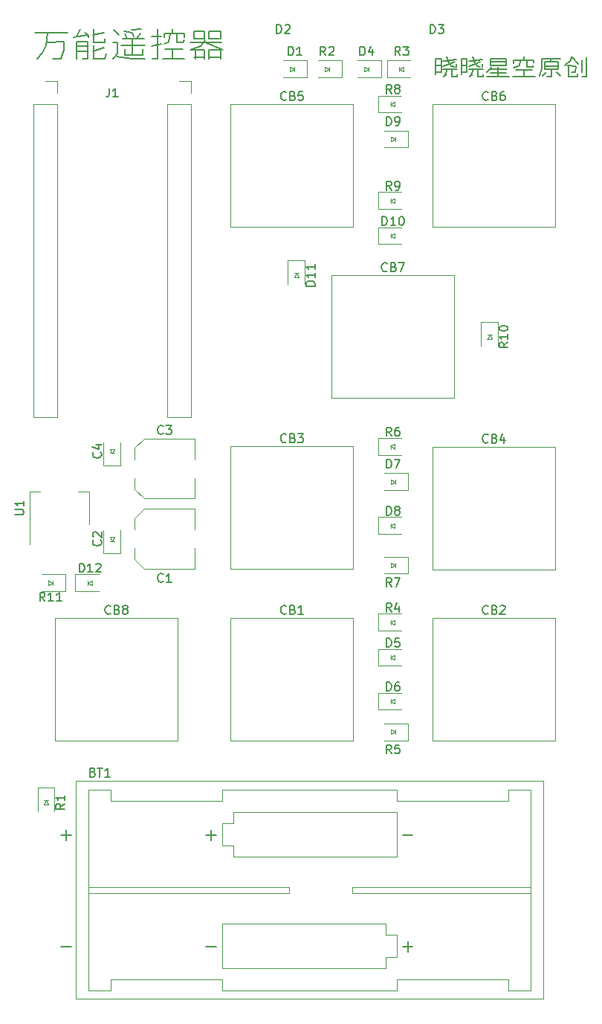
<source format=gbr>
%TF.GenerationSoftware,KiCad,Pcbnew,(6.0.9)*%
%TF.CreationDate,2023-01-10T14:41:21+08:00*%
%TF.ProjectId,keyboard-nano,6b657962-6f61-4726-942d-6e616e6f2e6b,rev?*%
%TF.SameCoordinates,Original*%
%TF.FileFunction,Legend,Top*%
%TF.FilePolarity,Positive*%
%FSLAX46Y46*%
G04 Gerber Fmt 4.6, Leading zero omitted, Abs format (unit mm)*
G04 Created by KiCad (PCBNEW (6.0.9)) date 2023-01-10 14:41:21*
%MOMM*%
%LPD*%
G01*
G04 APERTURE LIST*
%ADD10C,0.200000*%
%ADD11C,0.150000*%
%ADD12C,0.120000*%
G04 APERTURE END LIST*
D10*
X112214285Y-42857142D02*
X115928571Y-42857142D01*
X113642857Y-42857142D02*
X113500000Y-44285714D01*
X113071428Y-45142857D01*
X112500000Y-45857142D01*
X113642857Y-44000000D02*
X115500000Y-43857142D01*
X115500000Y-44857142D01*
X115214285Y-45857142D01*
X114214285Y-45857142D01*
X118785714Y-44000000D02*
X120214285Y-44000000D01*
X116928571Y-44428571D02*
X118214285Y-44428571D01*
X116928571Y-45000000D02*
X118214285Y-45000000D01*
X118785714Y-45857142D02*
X120214285Y-45857142D01*
X117642857Y-45857142D02*
X118214285Y-45857142D01*
X116928571Y-43857142D02*
X116928571Y-45857142D01*
X116928571Y-43857142D02*
X118214285Y-43857142D01*
X118214285Y-45857142D01*
X118928571Y-42428571D02*
X118928571Y-44000000D01*
X118928571Y-44285714D02*
X118928571Y-45857142D01*
X116642857Y-43428571D02*
X118214285Y-43142857D01*
X118357142Y-43428571D01*
X117928571Y-42857142D02*
X118357142Y-43142857D01*
X120214285Y-43571428D02*
X120214285Y-44000000D01*
X120357142Y-45285714D02*
X120214285Y-45857142D01*
X117357142Y-42428571D02*
X116928571Y-43285714D01*
X120071428Y-42857142D02*
X118785714Y-43142857D01*
X120071428Y-44571428D02*
X118785714Y-45000000D01*
X122214285Y-43571428D02*
X124642857Y-43571428D01*
X122071428Y-44285714D02*
X124785714Y-44285714D01*
X122500000Y-45428571D02*
X124500000Y-45428571D01*
X123214285Y-45857142D02*
X124785714Y-45857142D01*
X122500000Y-44714285D02*
X122500000Y-45428571D01*
X123357142Y-43571428D02*
X123357142Y-45428571D01*
X124500000Y-44714285D02*
X124500000Y-45428571D01*
X121214285Y-42571428D02*
X121785714Y-43142857D01*
X122500000Y-43000000D02*
X122642857Y-43428571D01*
X122357142Y-42714285D02*
X123357142Y-42857142D01*
X123500000Y-43285714D01*
X121071428Y-44000000D02*
X121642857Y-44000000D01*
X121642857Y-45285714D01*
X121071428Y-45857142D01*
X124214285Y-43000000D02*
X123928571Y-43428571D01*
X121500000Y-45571428D02*
X123214285Y-45857142D01*
X124357142Y-42428571D02*
X123214285Y-42571428D01*
X125500000Y-43285714D02*
X126642857Y-43285714D01*
X127071428Y-44714285D02*
X129071428Y-44714285D01*
X126785714Y-45857142D02*
X129214285Y-45857142D01*
X125642857Y-45857142D02*
X126071428Y-45857142D01*
X126214285Y-42428571D02*
X126214285Y-45857142D01*
X126928571Y-43000000D02*
X126928571Y-43428571D01*
X127928571Y-42428571D02*
X127928571Y-43000000D01*
X127928571Y-44714285D02*
X127928571Y-45714285D01*
X126928571Y-43000000D02*
X129214285Y-43000000D01*
X129214285Y-43428571D01*
X127357142Y-44000000D02*
X126928571Y-44142857D01*
X128357142Y-43000000D02*
X128357142Y-44000000D01*
X129071428Y-44000000D01*
X129214285Y-43714285D01*
X127642857Y-43000000D02*
X127500000Y-43857142D01*
X126642857Y-44142857D02*
X125500000Y-44428571D01*
X130357142Y-43571428D02*
X131500000Y-43571428D01*
X132071428Y-43571428D02*
X133214285Y-43571428D01*
X129928571Y-44000000D02*
X133500000Y-44000000D01*
X130357142Y-45714285D02*
X131500000Y-45714285D01*
X130357142Y-42714285D02*
X130357142Y-43571428D01*
X130500000Y-44714285D02*
X130500000Y-45857142D01*
X130357142Y-42714285D02*
X131500000Y-42714285D01*
X131500000Y-43571428D01*
X130071428Y-44857142D02*
X131500000Y-44857142D01*
X131500000Y-45857142D01*
X132071428Y-42714285D02*
X132071428Y-43571428D01*
X132071428Y-42714285D02*
X133357142Y-42714285D01*
X133357142Y-43571428D01*
X131642857Y-44000000D02*
X133642857Y-44857142D01*
X131642857Y-43714285D02*
X131071428Y-44428571D01*
X129928571Y-44857142D01*
X132071428Y-44857142D02*
X133357142Y-44857142D01*
X133357142Y-45857142D01*
X132071428Y-44857142D02*
X132071428Y-45857142D01*
X132071428Y-45714285D02*
X133357142Y-45714285D01*
X159166666Y-46000000D02*
X159928571Y-46000000D01*
X158690476Y-46095238D02*
X159357142Y-46095238D01*
X157833333Y-46571428D02*
X158500000Y-46571428D01*
X158690476Y-47047619D02*
X160309523Y-47047619D01*
X157833333Y-47333333D02*
X158500000Y-47333333D01*
X159738095Y-47904761D02*
X160309523Y-47904761D01*
X157833333Y-45809523D02*
X157833333Y-47619047D01*
X157833333Y-45809523D02*
X158500000Y-45809523D01*
X158500000Y-47333333D01*
X159738095Y-47047619D02*
X159738095Y-47904761D01*
X160309523Y-47619047D02*
X160309523Y-47904761D01*
X159071428Y-47523809D02*
X158785714Y-47904761D01*
X160214285Y-46476190D02*
X160214285Y-46761904D01*
X159357142Y-46285714D02*
X159642857Y-46666666D01*
X160023809Y-46761904D01*
X159166666Y-45619047D02*
X159357142Y-46380952D01*
X159166666Y-47047619D02*
X159071428Y-47714285D01*
X160023809Y-46190476D02*
X159452380Y-46476190D01*
X158690476Y-46666666D01*
X160214285Y-45904761D02*
X159642857Y-46000000D01*
X162119047Y-46000000D02*
X162880952Y-46000000D01*
X161642857Y-46095238D02*
X162309523Y-46095238D01*
X160785714Y-46571428D02*
X161452380Y-46571428D01*
X161642857Y-47047619D02*
X163261904Y-47047619D01*
X160785714Y-47333333D02*
X161452380Y-47333333D01*
X162690476Y-47904761D02*
X163261904Y-47904761D01*
X160785714Y-45809523D02*
X160785714Y-47619047D01*
X160785714Y-45809523D02*
X161452380Y-45809523D01*
X161452380Y-47333333D01*
X162690476Y-47047619D02*
X162690476Y-47904761D01*
X163261904Y-47619047D02*
X163261904Y-47904761D01*
X162023809Y-47523809D02*
X161738095Y-47904761D01*
X163166666Y-46476190D02*
X163166666Y-46761904D01*
X162309523Y-46285714D02*
X162595238Y-46666666D01*
X162976190Y-46761904D01*
X162119047Y-45619047D02*
X162309523Y-46380952D01*
X162119047Y-47047619D02*
X162023809Y-47714285D01*
X162976190Y-46190476D02*
X162404761Y-46476190D01*
X161642857Y-46666666D01*
X163166666Y-45904761D02*
X162595238Y-46000000D01*
X164119047Y-46190476D02*
X165928571Y-46190476D01*
X164119047Y-46571428D02*
X165928571Y-46571428D01*
X164023809Y-47047619D02*
X166023809Y-47047619D01*
X164119047Y-47428571D02*
X165928571Y-47428571D01*
X163738095Y-47904761D02*
X166214285Y-47904761D01*
X164119047Y-45809523D02*
X164119047Y-46571428D01*
X164976190Y-46761904D02*
X164976190Y-47904761D01*
X164119047Y-45809523D02*
X165928571Y-45809523D01*
X165928571Y-46571428D01*
X164309523Y-46761904D02*
X163738095Y-47333333D01*
X166976190Y-47142857D02*
X168880952Y-47142857D01*
X166690476Y-47904761D02*
X169166666Y-47904761D01*
X167928571Y-45619047D02*
X167928571Y-46000000D01*
X167928571Y-47142857D02*
X167928571Y-47904761D01*
X166785714Y-46000000D02*
X169071428Y-46000000D01*
X169071428Y-46285714D01*
X167547619Y-46095238D02*
X167452380Y-46571428D01*
X167261904Y-46666666D01*
X166785714Y-46857142D01*
X168309523Y-46000000D02*
X168309523Y-46761904D01*
X168976190Y-46761904D01*
X168976190Y-46571428D01*
X166785714Y-46000000D02*
X166785714Y-46380952D01*
X169928571Y-45809523D02*
X172119047Y-45809523D01*
X170309523Y-46666666D02*
X171833333Y-46666666D01*
X170309523Y-47047619D02*
X171833333Y-47047619D01*
X170595238Y-47904761D02*
X171071428Y-47904761D01*
X170309523Y-46190476D02*
X170309523Y-47047619D01*
X171071428Y-47047619D02*
X171071428Y-47904761D01*
X170309523Y-46190476D02*
X171833333Y-46190476D01*
X171833333Y-47047619D01*
X171642857Y-47333333D02*
X172119047Y-47809523D01*
X170500000Y-47333333D02*
X170023809Y-47809523D01*
X171071428Y-45809523D02*
X170880952Y-46190476D01*
X169928571Y-45809523D02*
X169928571Y-46952380D01*
X169738095Y-47809523D01*
X173357142Y-47333333D02*
X173738095Y-47333333D01*
X172976190Y-47904761D02*
X173928571Y-47904761D01*
X174500000Y-47904761D02*
X175071428Y-47904761D01*
X172976190Y-46571428D02*
X172976190Y-47904761D01*
X174500000Y-46000000D02*
X174500000Y-47333333D01*
X175071428Y-45714285D02*
X175071428Y-47904761D01*
X173452380Y-45714285D02*
X174119047Y-46476190D01*
X174023809Y-47523809D02*
X174023809Y-47904761D01*
X173357142Y-45619047D02*
X173261904Y-46000000D01*
X172595238Y-46571428D01*
X172880952Y-46571428D02*
X173833333Y-46666666D01*
X173738095Y-47333333D01*
D11*
%TO.C,C1*%
X126833333Y-105357142D02*
X126785714Y-105404761D01*
X126642857Y-105452380D01*
X126547619Y-105452380D01*
X126404761Y-105404761D01*
X126309523Y-105309523D01*
X126261904Y-105214285D01*
X126214285Y-105023809D01*
X126214285Y-104880952D01*
X126261904Y-104690476D01*
X126309523Y-104595238D01*
X126404761Y-104500000D01*
X126547619Y-104452380D01*
X126642857Y-104452380D01*
X126785714Y-104500000D01*
X126833333Y-104547619D01*
X127785714Y-105452380D02*
X127214285Y-105452380D01*
X127500000Y-105452380D02*
X127500000Y-104452380D01*
X127404761Y-104595238D01*
X127309523Y-104690476D01*
X127214285Y-104738095D01*
%TO.C,CB6*%
X163833333Y-50483142D02*
X163785714Y-50530761D01*
X163642857Y-50578380D01*
X163547619Y-50578380D01*
X163404761Y-50530761D01*
X163309523Y-50435523D01*
X163261904Y-50340285D01*
X163214285Y-50149809D01*
X163214285Y-50006952D01*
X163261904Y-49816476D01*
X163309523Y-49721238D01*
X163404761Y-49626000D01*
X163547619Y-49578380D01*
X163642857Y-49578380D01*
X163785714Y-49626000D01*
X163833333Y-49673619D01*
X164595238Y-50054571D02*
X164738095Y-50102190D01*
X164785714Y-50149809D01*
X164833333Y-50245047D01*
X164833333Y-50387904D01*
X164785714Y-50483142D01*
X164738095Y-50530761D01*
X164642857Y-50578380D01*
X164261904Y-50578380D01*
X164261904Y-49578380D01*
X164595238Y-49578380D01*
X164690476Y-49626000D01*
X164738095Y-49673619D01*
X164785714Y-49768857D01*
X164785714Y-49864095D01*
X164738095Y-49959333D01*
X164690476Y-50006952D01*
X164595238Y-50054571D01*
X164261904Y-50054571D01*
X165690476Y-49578380D02*
X165500000Y-49578380D01*
X165404761Y-49626000D01*
X165357142Y-49673619D01*
X165261904Y-49816476D01*
X165214285Y-50006952D01*
X165214285Y-50387904D01*
X165261904Y-50483142D01*
X165309523Y-50530761D01*
X165404761Y-50578380D01*
X165595238Y-50578380D01*
X165690476Y-50530761D01*
X165738095Y-50483142D01*
X165785714Y-50387904D01*
X165785714Y-50149809D01*
X165738095Y-50054571D01*
X165690476Y-50006952D01*
X165595238Y-49959333D01*
X165404761Y-49959333D01*
X165309523Y-50006952D01*
X165261904Y-50054571D01*
X165214285Y-50149809D01*
%TO.C,R11*%
X113357142Y-107602380D02*
X113023809Y-107126190D01*
X112785714Y-107602380D02*
X112785714Y-106602380D01*
X113166666Y-106602380D01*
X113261904Y-106650000D01*
X113309523Y-106697619D01*
X113357142Y-106792857D01*
X113357142Y-106935714D01*
X113309523Y-107030952D01*
X113261904Y-107078571D01*
X113166666Y-107126190D01*
X112785714Y-107126190D01*
X114309523Y-107602380D02*
X113738095Y-107602380D01*
X114023809Y-107602380D02*
X114023809Y-106602380D01*
X113928571Y-106745238D01*
X113833333Y-106840476D01*
X113738095Y-106888095D01*
X115261904Y-107602380D02*
X114690476Y-107602380D01*
X114976190Y-107602380D02*
X114976190Y-106602380D01*
X114880952Y-106745238D01*
X114785714Y-106840476D01*
X114690476Y-106888095D01*
%TO.C,R6*%
X152833333Y-88802380D02*
X152500000Y-88326190D01*
X152261904Y-88802380D02*
X152261904Y-87802380D01*
X152642857Y-87802380D01*
X152738095Y-87850000D01*
X152785714Y-87897619D01*
X152833333Y-87992857D01*
X152833333Y-88135714D01*
X152785714Y-88230952D01*
X152738095Y-88278571D01*
X152642857Y-88326190D01*
X152261904Y-88326190D01*
X153690476Y-87802380D02*
X153500000Y-87802380D01*
X153404761Y-87850000D01*
X153357142Y-87897619D01*
X153261904Y-88040476D01*
X153214285Y-88230952D01*
X153214285Y-88611904D01*
X153261904Y-88707142D01*
X153309523Y-88754761D01*
X153404761Y-88802380D01*
X153595238Y-88802380D01*
X153690476Y-88754761D01*
X153738095Y-88707142D01*
X153785714Y-88611904D01*
X153785714Y-88373809D01*
X153738095Y-88278571D01*
X153690476Y-88230952D01*
X153595238Y-88183333D01*
X153404761Y-88183333D01*
X153309523Y-88230952D01*
X153261904Y-88278571D01*
X153214285Y-88373809D01*
%TO.C,CB4*%
X163833333Y-89483142D02*
X163785714Y-89530761D01*
X163642857Y-89578380D01*
X163547619Y-89578380D01*
X163404761Y-89530761D01*
X163309523Y-89435523D01*
X163261904Y-89340285D01*
X163214285Y-89149809D01*
X163214285Y-89006952D01*
X163261904Y-88816476D01*
X163309523Y-88721238D01*
X163404761Y-88626000D01*
X163547619Y-88578380D01*
X163642857Y-88578380D01*
X163785714Y-88626000D01*
X163833333Y-88673619D01*
X164595238Y-89054571D02*
X164738095Y-89102190D01*
X164785714Y-89149809D01*
X164833333Y-89245047D01*
X164833333Y-89387904D01*
X164785714Y-89483142D01*
X164738095Y-89530761D01*
X164642857Y-89578380D01*
X164261904Y-89578380D01*
X164261904Y-88578380D01*
X164595238Y-88578380D01*
X164690476Y-88626000D01*
X164738095Y-88673619D01*
X164785714Y-88768857D01*
X164785714Y-88864095D01*
X164738095Y-88959333D01*
X164690476Y-89006952D01*
X164595238Y-89054571D01*
X164261904Y-89054571D01*
X165690476Y-88911714D02*
X165690476Y-89578380D01*
X165452380Y-88530761D02*
X165214285Y-89245047D01*
X165833333Y-89245047D01*
%TO.C,R5*%
X152833333Y-124952380D02*
X152500000Y-124476190D01*
X152261904Y-124952380D02*
X152261904Y-123952380D01*
X152642857Y-123952380D01*
X152738095Y-124000000D01*
X152785714Y-124047619D01*
X152833333Y-124142857D01*
X152833333Y-124285714D01*
X152785714Y-124380952D01*
X152738095Y-124428571D01*
X152642857Y-124476190D01*
X152261904Y-124476190D01*
X153738095Y-123952380D02*
X153261904Y-123952380D01*
X153214285Y-124428571D01*
X153261904Y-124380952D01*
X153357142Y-124333333D01*
X153595238Y-124333333D01*
X153690476Y-124380952D01*
X153738095Y-124428571D01*
X153785714Y-124523809D01*
X153785714Y-124761904D01*
X153738095Y-124857142D01*
X153690476Y-124904761D01*
X153595238Y-124952380D01*
X153357142Y-124952380D01*
X153261904Y-124904761D01*
X153214285Y-124857142D01*
%TO.C,CB3*%
X140833333Y-89453142D02*
X140785714Y-89500761D01*
X140642857Y-89548380D01*
X140547619Y-89548380D01*
X140404761Y-89500761D01*
X140309523Y-89405523D01*
X140261904Y-89310285D01*
X140214285Y-89119809D01*
X140214285Y-88976952D01*
X140261904Y-88786476D01*
X140309523Y-88691238D01*
X140404761Y-88596000D01*
X140547619Y-88548380D01*
X140642857Y-88548380D01*
X140785714Y-88596000D01*
X140833333Y-88643619D01*
X141595238Y-89024571D02*
X141738095Y-89072190D01*
X141785714Y-89119809D01*
X141833333Y-89215047D01*
X141833333Y-89357904D01*
X141785714Y-89453142D01*
X141738095Y-89500761D01*
X141642857Y-89548380D01*
X141261904Y-89548380D01*
X141261904Y-88548380D01*
X141595238Y-88548380D01*
X141690476Y-88596000D01*
X141738095Y-88643619D01*
X141785714Y-88738857D01*
X141785714Y-88834095D01*
X141738095Y-88929333D01*
X141690476Y-88976952D01*
X141595238Y-89024571D01*
X141261904Y-89024571D01*
X142166666Y-88548380D02*
X142785714Y-88548380D01*
X142452380Y-88929333D01*
X142595238Y-88929333D01*
X142690476Y-88976952D01*
X142738095Y-89024571D01*
X142785714Y-89119809D01*
X142785714Y-89357904D01*
X142738095Y-89453142D01*
X142690476Y-89500761D01*
X142595238Y-89548380D01*
X142309523Y-89548380D01*
X142214285Y-89500761D01*
X142166666Y-89453142D01*
%TO.C,D6*%
X152261904Y-117802380D02*
X152261904Y-116802380D01*
X152500000Y-116802380D01*
X152642857Y-116850000D01*
X152738095Y-116945238D01*
X152785714Y-117040476D01*
X152833333Y-117230952D01*
X152833333Y-117373809D01*
X152785714Y-117564285D01*
X152738095Y-117659523D01*
X152642857Y-117754761D01*
X152500000Y-117802380D01*
X152261904Y-117802380D01*
X153690476Y-116802380D02*
X153500000Y-116802380D01*
X153404761Y-116850000D01*
X153357142Y-116897619D01*
X153261904Y-117040476D01*
X153214285Y-117230952D01*
X153214285Y-117611904D01*
X153261904Y-117707142D01*
X153309523Y-117754761D01*
X153404761Y-117802380D01*
X153595238Y-117802380D01*
X153690476Y-117754761D01*
X153738095Y-117707142D01*
X153785714Y-117611904D01*
X153785714Y-117373809D01*
X153738095Y-117278571D01*
X153690476Y-117230952D01*
X153595238Y-117183333D01*
X153404761Y-117183333D01*
X153309523Y-117230952D01*
X153261904Y-117278571D01*
X153214285Y-117373809D01*
%TO.C,D10*%
X151785714Y-64802380D02*
X151785714Y-63802380D01*
X152023809Y-63802380D01*
X152166666Y-63850000D01*
X152261904Y-63945238D01*
X152309523Y-64040476D01*
X152357142Y-64230952D01*
X152357142Y-64373809D01*
X152309523Y-64564285D01*
X152261904Y-64659523D01*
X152166666Y-64754761D01*
X152023809Y-64802380D01*
X151785714Y-64802380D01*
X153309523Y-64802380D02*
X152738095Y-64802380D01*
X153023809Y-64802380D02*
X153023809Y-63802380D01*
X152928571Y-63945238D01*
X152833333Y-64040476D01*
X152738095Y-64088095D01*
X153928571Y-63802380D02*
X154023809Y-63802380D01*
X154119047Y-63850000D01*
X154166666Y-63897619D01*
X154214285Y-63992857D01*
X154261904Y-64183333D01*
X154261904Y-64421428D01*
X154214285Y-64611904D01*
X154166666Y-64707142D01*
X154119047Y-64754761D01*
X154023809Y-64802380D01*
X153928571Y-64802380D01*
X153833333Y-64754761D01*
X153785714Y-64707142D01*
X153738095Y-64611904D01*
X153690476Y-64421428D01*
X153690476Y-64183333D01*
X153738095Y-63992857D01*
X153785714Y-63897619D01*
X153833333Y-63850000D01*
X153928571Y-63802380D01*
%TO.C,D2*%
X139761904Y-42952380D02*
X139761904Y-41952380D01*
X140000000Y-41952380D01*
X140142857Y-42000000D01*
X140238095Y-42095238D01*
X140285714Y-42190476D01*
X140333333Y-42380952D01*
X140333333Y-42523809D01*
X140285714Y-42714285D01*
X140238095Y-42809523D01*
X140142857Y-42904761D01*
X140000000Y-42952380D01*
X139761904Y-42952380D01*
X140714285Y-42047619D02*
X140761904Y-42000000D01*
X140857142Y-41952380D01*
X141095238Y-41952380D01*
X141190476Y-42000000D01*
X141238095Y-42047619D01*
X141285714Y-42142857D01*
X141285714Y-42238095D01*
X141238095Y-42380952D01*
X140666666Y-42952380D01*
X141285714Y-42952380D01*
%TO.C,C3*%
X126833333Y-88507142D02*
X126785714Y-88554761D01*
X126642857Y-88602380D01*
X126547619Y-88602380D01*
X126404761Y-88554761D01*
X126309523Y-88459523D01*
X126261904Y-88364285D01*
X126214285Y-88173809D01*
X126214285Y-88030952D01*
X126261904Y-87840476D01*
X126309523Y-87745238D01*
X126404761Y-87650000D01*
X126547619Y-87602380D01*
X126642857Y-87602380D01*
X126785714Y-87650000D01*
X126833333Y-87697619D01*
X127166666Y-87602380D02*
X127785714Y-87602380D01*
X127452380Y-87983333D01*
X127595238Y-87983333D01*
X127690476Y-88030952D01*
X127738095Y-88078571D01*
X127785714Y-88173809D01*
X127785714Y-88411904D01*
X127738095Y-88507142D01*
X127690476Y-88554761D01*
X127595238Y-88602380D01*
X127309523Y-88602380D01*
X127214285Y-88554761D01*
X127166666Y-88507142D01*
%TO.C,D3*%
X157261904Y-42952380D02*
X157261904Y-41952380D01*
X157500000Y-41952380D01*
X157642857Y-42000000D01*
X157738095Y-42095238D01*
X157785714Y-42190476D01*
X157833333Y-42380952D01*
X157833333Y-42523809D01*
X157785714Y-42714285D01*
X157738095Y-42809523D01*
X157642857Y-42904761D01*
X157500000Y-42952380D01*
X157261904Y-42952380D01*
X158166666Y-41952380D02*
X158785714Y-41952380D01*
X158452380Y-42333333D01*
X158595238Y-42333333D01*
X158690476Y-42380952D01*
X158738095Y-42428571D01*
X158785714Y-42523809D01*
X158785714Y-42761904D01*
X158738095Y-42857142D01*
X158690476Y-42904761D01*
X158595238Y-42952380D01*
X158309523Y-42952380D01*
X158214285Y-42904761D01*
X158166666Y-42857142D01*
%TO.C,D12*%
X117285714Y-104302380D02*
X117285714Y-103302380D01*
X117523809Y-103302380D01*
X117666666Y-103350000D01*
X117761904Y-103445238D01*
X117809523Y-103540476D01*
X117857142Y-103730952D01*
X117857142Y-103873809D01*
X117809523Y-104064285D01*
X117761904Y-104159523D01*
X117666666Y-104254761D01*
X117523809Y-104302380D01*
X117285714Y-104302380D01*
X118809523Y-104302380D02*
X118238095Y-104302380D01*
X118523809Y-104302380D02*
X118523809Y-103302380D01*
X118428571Y-103445238D01*
X118333333Y-103540476D01*
X118238095Y-103588095D01*
X119190476Y-103397619D02*
X119238095Y-103350000D01*
X119333333Y-103302380D01*
X119571428Y-103302380D01*
X119666666Y-103350000D01*
X119714285Y-103397619D01*
X119761904Y-103492857D01*
X119761904Y-103588095D01*
X119714285Y-103730952D01*
X119142857Y-104302380D01*
X119761904Y-104302380D01*
%TO.C,D1*%
X141104404Y-45452380D02*
X141104404Y-44452380D01*
X141342500Y-44452380D01*
X141485357Y-44500000D01*
X141580595Y-44595238D01*
X141628214Y-44690476D01*
X141675833Y-44880952D01*
X141675833Y-45023809D01*
X141628214Y-45214285D01*
X141580595Y-45309523D01*
X141485357Y-45404761D01*
X141342500Y-45452380D01*
X141104404Y-45452380D01*
X142628214Y-45452380D02*
X142056785Y-45452380D01*
X142342500Y-45452380D02*
X142342500Y-44452380D01*
X142247261Y-44595238D01*
X142152023Y-44690476D01*
X142056785Y-44738095D01*
%TO.C,CB2*%
X163833333Y-108983142D02*
X163785714Y-109030761D01*
X163642857Y-109078380D01*
X163547619Y-109078380D01*
X163404761Y-109030761D01*
X163309523Y-108935523D01*
X163261904Y-108840285D01*
X163214285Y-108649809D01*
X163214285Y-108506952D01*
X163261904Y-108316476D01*
X163309523Y-108221238D01*
X163404761Y-108126000D01*
X163547619Y-108078380D01*
X163642857Y-108078380D01*
X163785714Y-108126000D01*
X163833333Y-108173619D01*
X164595238Y-108554571D02*
X164738095Y-108602190D01*
X164785714Y-108649809D01*
X164833333Y-108745047D01*
X164833333Y-108887904D01*
X164785714Y-108983142D01*
X164738095Y-109030761D01*
X164642857Y-109078380D01*
X164261904Y-109078380D01*
X164261904Y-108078380D01*
X164595238Y-108078380D01*
X164690476Y-108126000D01*
X164738095Y-108173619D01*
X164785714Y-108268857D01*
X164785714Y-108364095D01*
X164738095Y-108459333D01*
X164690476Y-108506952D01*
X164595238Y-108554571D01*
X164261904Y-108554571D01*
X165214285Y-108173619D02*
X165261904Y-108126000D01*
X165357142Y-108078380D01*
X165595238Y-108078380D01*
X165690476Y-108126000D01*
X165738095Y-108173619D01*
X165785714Y-108268857D01*
X165785714Y-108364095D01*
X165738095Y-108506952D01*
X165166666Y-109078380D01*
X165785714Y-109078380D01*
%TO.C,CB5*%
X140833333Y-50483142D02*
X140785714Y-50530761D01*
X140642857Y-50578380D01*
X140547619Y-50578380D01*
X140404761Y-50530761D01*
X140309523Y-50435523D01*
X140261904Y-50340285D01*
X140214285Y-50149809D01*
X140214285Y-50006952D01*
X140261904Y-49816476D01*
X140309523Y-49721238D01*
X140404761Y-49626000D01*
X140547619Y-49578380D01*
X140642857Y-49578380D01*
X140785714Y-49626000D01*
X140833333Y-49673619D01*
X141595238Y-50054571D02*
X141738095Y-50102190D01*
X141785714Y-50149809D01*
X141833333Y-50245047D01*
X141833333Y-50387904D01*
X141785714Y-50483142D01*
X141738095Y-50530761D01*
X141642857Y-50578380D01*
X141261904Y-50578380D01*
X141261904Y-49578380D01*
X141595238Y-49578380D01*
X141690476Y-49626000D01*
X141738095Y-49673619D01*
X141785714Y-49768857D01*
X141785714Y-49864095D01*
X141738095Y-49959333D01*
X141690476Y-50006952D01*
X141595238Y-50054571D01*
X141261904Y-50054571D01*
X142738095Y-49578380D02*
X142261904Y-49578380D01*
X142214285Y-50054571D01*
X142261904Y-50006952D01*
X142357142Y-49959333D01*
X142595238Y-49959333D01*
X142690476Y-50006952D01*
X142738095Y-50054571D01*
X142785714Y-50149809D01*
X142785714Y-50387904D01*
X142738095Y-50483142D01*
X142690476Y-50530761D01*
X142595238Y-50578380D01*
X142357142Y-50578380D01*
X142261904Y-50530761D01*
X142214285Y-50483142D01*
%TO.C,R2*%
X145333333Y-45452380D02*
X145000000Y-44976190D01*
X144761904Y-45452380D02*
X144761904Y-44452380D01*
X145142857Y-44452380D01*
X145238095Y-44500000D01*
X145285714Y-44547619D01*
X145333333Y-44642857D01*
X145333333Y-44785714D01*
X145285714Y-44880952D01*
X145238095Y-44928571D01*
X145142857Y-44976190D01*
X144761904Y-44976190D01*
X145714285Y-44547619D02*
X145761904Y-44500000D01*
X145857142Y-44452380D01*
X146095238Y-44452380D01*
X146190476Y-44500000D01*
X146238095Y-44547619D01*
X146285714Y-44642857D01*
X146285714Y-44738095D01*
X146238095Y-44880952D01*
X145666666Y-45452380D01*
X146285714Y-45452380D01*
%TO.C,BT1*%
X118814285Y-127078571D02*
X118957142Y-127126190D01*
X119004761Y-127173809D01*
X119052380Y-127269047D01*
X119052380Y-127411904D01*
X119004761Y-127507142D01*
X118957142Y-127554761D01*
X118861904Y-127602380D01*
X118480952Y-127602380D01*
X118480952Y-126602380D01*
X118814285Y-126602380D01*
X118909523Y-126650000D01*
X118957142Y-126697619D01*
X119004761Y-126792857D01*
X119004761Y-126888095D01*
X118957142Y-126983333D01*
X118909523Y-127030952D01*
X118814285Y-127078571D01*
X118480952Y-127078571D01*
X119338095Y-126602380D02*
X119909523Y-126602380D01*
X119623809Y-127602380D02*
X119623809Y-126602380D01*
X120766666Y-127602380D02*
X120195238Y-127602380D01*
X120480952Y-127602380D02*
X120480952Y-126602380D01*
X120385714Y-126745238D01*
X120290476Y-126840476D01*
X120195238Y-126888095D01*
X115218571Y-146957142D02*
X116361428Y-146957142D01*
X131728571Y-134257142D02*
X132871428Y-134257142D01*
X132300000Y-134828571D02*
X132300000Y-133685714D01*
X154128571Y-134257142D02*
X155271428Y-134257142D01*
X115218571Y-134257142D02*
X116361428Y-134257142D01*
X115790000Y-134828571D02*
X115790000Y-133685714D01*
X131728571Y-146957142D02*
X132871428Y-146957142D01*
X154128571Y-146957142D02*
X155271428Y-146957142D01*
X154700000Y-147528571D02*
X154700000Y-146385714D01*
%TO.C,R9*%
X152833333Y-60802380D02*
X152500000Y-60326190D01*
X152261904Y-60802380D02*
X152261904Y-59802380D01*
X152642857Y-59802380D01*
X152738095Y-59850000D01*
X152785714Y-59897619D01*
X152833333Y-59992857D01*
X152833333Y-60135714D01*
X152785714Y-60230952D01*
X152738095Y-60278571D01*
X152642857Y-60326190D01*
X152261904Y-60326190D01*
X153309523Y-60802380D02*
X153500000Y-60802380D01*
X153595238Y-60754761D01*
X153642857Y-60707142D01*
X153738095Y-60564285D01*
X153785714Y-60373809D01*
X153785714Y-59992857D01*
X153738095Y-59897619D01*
X153690476Y-59850000D01*
X153595238Y-59802380D01*
X153404761Y-59802380D01*
X153309523Y-59850000D01*
X153261904Y-59897619D01*
X153214285Y-59992857D01*
X153214285Y-60230952D01*
X153261904Y-60326190D01*
X153309523Y-60373809D01*
X153404761Y-60421428D01*
X153595238Y-60421428D01*
X153690476Y-60373809D01*
X153738095Y-60326190D01*
X153785714Y-60230952D01*
%TO.C,R10*%
X166102380Y-78142857D02*
X165626190Y-78476190D01*
X166102380Y-78714285D02*
X165102380Y-78714285D01*
X165102380Y-78333333D01*
X165150000Y-78238095D01*
X165197619Y-78190476D01*
X165292857Y-78142857D01*
X165435714Y-78142857D01*
X165530952Y-78190476D01*
X165578571Y-78238095D01*
X165626190Y-78333333D01*
X165626190Y-78714285D01*
X166102380Y-77190476D02*
X166102380Y-77761904D01*
X166102380Y-77476190D02*
X165102380Y-77476190D01*
X165245238Y-77571428D01*
X165340476Y-77666666D01*
X165388095Y-77761904D01*
X165102380Y-76571428D02*
X165102380Y-76476190D01*
X165150000Y-76380952D01*
X165197619Y-76333333D01*
X165292857Y-76285714D01*
X165483333Y-76238095D01*
X165721428Y-76238095D01*
X165911904Y-76285714D01*
X166007142Y-76333333D01*
X166054761Y-76380952D01*
X166102380Y-76476190D01*
X166102380Y-76571428D01*
X166054761Y-76666666D01*
X166007142Y-76714285D01*
X165911904Y-76761904D01*
X165721428Y-76809523D01*
X165483333Y-76809523D01*
X165292857Y-76761904D01*
X165197619Y-76714285D01*
X165150000Y-76666666D01*
X165102380Y-76571428D01*
%TO.C,R7*%
X152833333Y-105952380D02*
X152500000Y-105476190D01*
X152261904Y-105952380D02*
X152261904Y-104952380D01*
X152642857Y-104952380D01*
X152738095Y-105000000D01*
X152785714Y-105047619D01*
X152833333Y-105142857D01*
X152833333Y-105285714D01*
X152785714Y-105380952D01*
X152738095Y-105428571D01*
X152642857Y-105476190D01*
X152261904Y-105476190D01*
X153166666Y-104952380D02*
X153833333Y-104952380D01*
X153404761Y-105952380D01*
%TO.C,D8*%
X152261904Y-97802380D02*
X152261904Y-96802380D01*
X152500000Y-96802380D01*
X152642857Y-96850000D01*
X152738095Y-96945238D01*
X152785714Y-97040476D01*
X152833333Y-97230952D01*
X152833333Y-97373809D01*
X152785714Y-97564285D01*
X152738095Y-97659523D01*
X152642857Y-97754761D01*
X152500000Y-97802380D01*
X152261904Y-97802380D01*
X153404761Y-97230952D02*
X153309523Y-97183333D01*
X153261904Y-97135714D01*
X153214285Y-97040476D01*
X153214285Y-96992857D01*
X153261904Y-96897619D01*
X153309523Y-96850000D01*
X153404761Y-96802380D01*
X153595238Y-96802380D01*
X153690476Y-96850000D01*
X153738095Y-96897619D01*
X153785714Y-96992857D01*
X153785714Y-97040476D01*
X153738095Y-97135714D01*
X153690476Y-97183333D01*
X153595238Y-97230952D01*
X153404761Y-97230952D01*
X153309523Y-97278571D01*
X153261904Y-97326190D01*
X153214285Y-97421428D01*
X153214285Y-97611904D01*
X153261904Y-97707142D01*
X153309523Y-97754761D01*
X153404761Y-97802380D01*
X153595238Y-97802380D01*
X153690476Y-97754761D01*
X153738095Y-97707142D01*
X153785714Y-97611904D01*
X153785714Y-97421428D01*
X153738095Y-97326190D01*
X153690476Y-97278571D01*
X153595238Y-97230952D01*
%TO.C,D7*%
X152261904Y-92452380D02*
X152261904Y-91452380D01*
X152500000Y-91452380D01*
X152642857Y-91500000D01*
X152738095Y-91595238D01*
X152785714Y-91690476D01*
X152833333Y-91880952D01*
X152833333Y-92023809D01*
X152785714Y-92214285D01*
X152738095Y-92309523D01*
X152642857Y-92404761D01*
X152500000Y-92452380D01*
X152261904Y-92452380D01*
X153166666Y-91452380D02*
X153833333Y-91452380D01*
X153404761Y-92452380D01*
%TO.C,CB1*%
X140833333Y-108983142D02*
X140785714Y-109030761D01*
X140642857Y-109078380D01*
X140547619Y-109078380D01*
X140404761Y-109030761D01*
X140309523Y-108935523D01*
X140261904Y-108840285D01*
X140214285Y-108649809D01*
X140214285Y-108506952D01*
X140261904Y-108316476D01*
X140309523Y-108221238D01*
X140404761Y-108126000D01*
X140547619Y-108078380D01*
X140642857Y-108078380D01*
X140785714Y-108126000D01*
X140833333Y-108173619D01*
X141595238Y-108554571D02*
X141738095Y-108602190D01*
X141785714Y-108649809D01*
X141833333Y-108745047D01*
X141833333Y-108887904D01*
X141785714Y-108983142D01*
X141738095Y-109030761D01*
X141642857Y-109078380D01*
X141261904Y-109078380D01*
X141261904Y-108078380D01*
X141595238Y-108078380D01*
X141690476Y-108126000D01*
X141738095Y-108173619D01*
X141785714Y-108268857D01*
X141785714Y-108364095D01*
X141738095Y-108459333D01*
X141690476Y-108506952D01*
X141595238Y-108554571D01*
X141261904Y-108554571D01*
X142785714Y-109078380D02*
X142214285Y-109078380D01*
X142500000Y-109078380D02*
X142500000Y-108078380D01*
X142404761Y-108221238D01*
X142309523Y-108316476D01*
X142214285Y-108364095D01*
%TO.C,J1*%
X120691666Y-49202380D02*
X120691666Y-49916666D01*
X120644047Y-50059523D01*
X120548809Y-50154761D01*
X120405952Y-50202380D01*
X120310714Y-50202380D01*
X121691666Y-50202380D02*
X121120238Y-50202380D01*
X121405952Y-50202380D02*
X121405952Y-49202380D01*
X121310714Y-49345238D01*
X121215476Y-49440476D01*
X121120238Y-49488095D01*
%TO.C,R8*%
X152833333Y-49802380D02*
X152500000Y-49326190D01*
X152261904Y-49802380D02*
X152261904Y-48802380D01*
X152642857Y-48802380D01*
X152738095Y-48850000D01*
X152785714Y-48897619D01*
X152833333Y-48992857D01*
X152833333Y-49135714D01*
X152785714Y-49230952D01*
X152738095Y-49278571D01*
X152642857Y-49326190D01*
X152261904Y-49326190D01*
X153404761Y-49230952D02*
X153309523Y-49183333D01*
X153261904Y-49135714D01*
X153214285Y-49040476D01*
X153214285Y-48992857D01*
X153261904Y-48897619D01*
X153309523Y-48850000D01*
X153404761Y-48802380D01*
X153595238Y-48802380D01*
X153690476Y-48850000D01*
X153738095Y-48897619D01*
X153785714Y-48992857D01*
X153785714Y-49040476D01*
X153738095Y-49135714D01*
X153690476Y-49183333D01*
X153595238Y-49230952D01*
X153404761Y-49230952D01*
X153309523Y-49278571D01*
X153261904Y-49326190D01*
X153214285Y-49421428D01*
X153214285Y-49611904D01*
X153261904Y-49707142D01*
X153309523Y-49754761D01*
X153404761Y-49802380D01*
X153595238Y-49802380D01*
X153690476Y-49754761D01*
X153738095Y-49707142D01*
X153785714Y-49611904D01*
X153785714Y-49421428D01*
X153738095Y-49326190D01*
X153690476Y-49278571D01*
X153595238Y-49230952D01*
%TO.C,D9*%
X152261904Y-53452380D02*
X152261904Y-52452380D01*
X152500000Y-52452380D01*
X152642857Y-52500000D01*
X152738095Y-52595238D01*
X152785714Y-52690476D01*
X152833333Y-52880952D01*
X152833333Y-53023809D01*
X152785714Y-53214285D01*
X152738095Y-53309523D01*
X152642857Y-53404761D01*
X152500000Y-53452380D01*
X152261904Y-53452380D01*
X153309523Y-53452380D02*
X153500000Y-53452380D01*
X153595238Y-53404761D01*
X153642857Y-53357142D01*
X153738095Y-53214285D01*
X153785714Y-53023809D01*
X153785714Y-52642857D01*
X153738095Y-52547619D01*
X153690476Y-52500000D01*
X153595238Y-52452380D01*
X153404761Y-52452380D01*
X153309523Y-52500000D01*
X153261904Y-52547619D01*
X153214285Y-52642857D01*
X153214285Y-52880952D01*
X153261904Y-52976190D01*
X153309523Y-53023809D01*
X153404761Y-53071428D01*
X153595238Y-53071428D01*
X153690476Y-53023809D01*
X153738095Y-52976190D01*
X153785714Y-52880952D01*
%TO.C,D4*%
X149261904Y-45452380D02*
X149261904Y-44452380D01*
X149500000Y-44452380D01*
X149642857Y-44500000D01*
X149738095Y-44595238D01*
X149785714Y-44690476D01*
X149833333Y-44880952D01*
X149833333Y-45023809D01*
X149785714Y-45214285D01*
X149738095Y-45309523D01*
X149642857Y-45404761D01*
X149500000Y-45452380D01*
X149261904Y-45452380D01*
X150690476Y-44785714D02*
X150690476Y-45452380D01*
X150452380Y-44404761D02*
X150214285Y-45119047D01*
X150833333Y-45119047D01*
%TO.C,R1*%
X115602380Y-130666666D02*
X115126190Y-131000000D01*
X115602380Y-131238095D02*
X114602380Y-131238095D01*
X114602380Y-130857142D01*
X114650000Y-130761904D01*
X114697619Y-130714285D01*
X114792857Y-130666666D01*
X114935714Y-130666666D01*
X115030952Y-130714285D01*
X115078571Y-130761904D01*
X115126190Y-130857142D01*
X115126190Y-131238095D01*
X115602380Y-129714285D02*
X115602380Y-130285714D01*
X115602380Y-130000000D02*
X114602380Y-130000000D01*
X114745238Y-130095238D01*
X114840476Y-130190476D01*
X114888095Y-130285714D01*
%TO.C,CB7*%
X152333333Y-69983142D02*
X152285714Y-70030761D01*
X152142857Y-70078380D01*
X152047619Y-70078380D01*
X151904761Y-70030761D01*
X151809523Y-69935523D01*
X151761904Y-69840285D01*
X151714285Y-69649809D01*
X151714285Y-69506952D01*
X151761904Y-69316476D01*
X151809523Y-69221238D01*
X151904761Y-69126000D01*
X152047619Y-69078380D01*
X152142857Y-69078380D01*
X152285714Y-69126000D01*
X152333333Y-69173619D01*
X153095238Y-69554571D02*
X153238095Y-69602190D01*
X153285714Y-69649809D01*
X153333333Y-69745047D01*
X153333333Y-69887904D01*
X153285714Y-69983142D01*
X153238095Y-70030761D01*
X153142857Y-70078380D01*
X152761904Y-70078380D01*
X152761904Y-69078380D01*
X153095238Y-69078380D01*
X153190476Y-69126000D01*
X153238095Y-69173619D01*
X153285714Y-69268857D01*
X153285714Y-69364095D01*
X153238095Y-69459333D01*
X153190476Y-69506952D01*
X153095238Y-69554571D01*
X152761904Y-69554571D01*
X153666666Y-69078380D02*
X154333333Y-69078380D01*
X153904761Y-70078380D01*
%TO.C,R4*%
X152833333Y-108802380D02*
X152500000Y-108326190D01*
X152261904Y-108802380D02*
X152261904Y-107802380D01*
X152642857Y-107802380D01*
X152738095Y-107850000D01*
X152785714Y-107897619D01*
X152833333Y-107992857D01*
X152833333Y-108135714D01*
X152785714Y-108230952D01*
X152738095Y-108278571D01*
X152642857Y-108326190D01*
X152261904Y-108326190D01*
X153690476Y-108135714D02*
X153690476Y-108802380D01*
X153452380Y-107754761D02*
X153214285Y-108469047D01*
X153833333Y-108469047D01*
%TO.C,U1*%
X109952380Y-97761904D02*
X110761904Y-97761904D01*
X110857142Y-97714285D01*
X110904761Y-97666666D01*
X110952380Y-97571428D01*
X110952380Y-97380952D01*
X110904761Y-97285714D01*
X110857142Y-97238095D01*
X110761904Y-97190476D01*
X109952380Y-97190476D01*
X110952380Y-96190476D02*
X110952380Y-96761904D01*
X110952380Y-96476190D02*
X109952380Y-96476190D01*
X110095238Y-96571428D01*
X110190476Y-96666666D01*
X110238095Y-96761904D01*
%TO.C,CB8*%
X120833333Y-108983142D02*
X120785714Y-109030761D01*
X120642857Y-109078380D01*
X120547619Y-109078380D01*
X120404761Y-109030761D01*
X120309523Y-108935523D01*
X120261904Y-108840285D01*
X120214285Y-108649809D01*
X120214285Y-108506952D01*
X120261904Y-108316476D01*
X120309523Y-108221238D01*
X120404761Y-108126000D01*
X120547619Y-108078380D01*
X120642857Y-108078380D01*
X120785714Y-108126000D01*
X120833333Y-108173619D01*
X121595238Y-108554571D02*
X121738095Y-108602190D01*
X121785714Y-108649809D01*
X121833333Y-108745047D01*
X121833333Y-108887904D01*
X121785714Y-108983142D01*
X121738095Y-109030761D01*
X121642857Y-109078380D01*
X121261904Y-109078380D01*
X121261904Y-108078380D01*
X121595238Y-108078380D01*
X121690476Y-108126000D01*
X121738095Y-108173619D01*
X121785714Y-108268857D01*
X121785714Y-108364095D01*
X121738095Y-108459333D01*
X121690476Y-108506952D01*
X121595238Y-108554571D01*
X121261904Y-108554571D01*
X122404761Y-108506952D02*
X122309523Y-108459333D01*
X122261904Y-108411714D01*
X122214285Y-108316476D01*
X122214285Y-108268857D01*
X122261904Y-108173619D01*
X122309523Y-108126000D01*
X122404761Y-108078380D01*
X122595238Y-108078380D01*
X122690476Y-108126000D01*
X122738095Y-108173619D01*
X122785714Y-108268857D01*
X122785714Y-108316476D01*
X122738095Y-108411714D01*
X122690476Y-108459333D01*
X122595238Y-108506952D01*
X122404761Y-108506952D01*
X122309523Y-108554571D01*
X122261904Y-108602190D01*
X122214285Y-108697428D01*
X122214285Y-108887904D01*
X122261904Y-108983142D01*
X122309523Y-109030761D01*
X122404761Y-109078380D01*
X122595238Y-109078380D01*
X122690476Y-109030761D01*
X122738095Y-108983142D01*
X122785714Y-108887904D01*
X122785714Y-108697428D01*
X122738095Y-108602190D01*
X122690476Y-108554571D01*
X122595238Y-108506952D01*
%TO.C,R3*%
X153833333Y-45452380D02*
X153500000Y-44976190D01*
X153261904Y-45452380D02*
X153261904Y-44452380D01*
X153642857Y-44452380D01*
X153738095Y-44500000D01*
X153785714Y-44547619D01*
X153833333Y-44642857D01*
X153833333Y-44785714D01*
X153785714Y-44880952D01*
X153738095Y-44928571D01*
X153642857Y-44976190D01*
X153261904Y-44976190D01*
X154166666Y-44452380D02*
X154785714Y-44452380D01*
X154452380Y-44833333D01*
X154595238Y-44833333D01*
X154690476Y-44880952D01*
X154738095Y-44928571D01*
X154785714Y-45023809D01*
X154785714Y-45261904D01*
X154738095Y-45357142D01*
X154690476Y-45404761D01*
X154595238Y-45452380D01*
X154309523Y-45452380D01*
X154214285Y-45404761D01*
X154166666Y-45357142D01*
%TO.C,C2*%
X119707142Y-100666666D02*
X119754761Y-100714285D01*
X119802380Y-100857142D01*
X119802380Y-100952380D01*
X119754761Y-101095238D01*
X119659523Y-101190476D01*
X119564285Y-101238095D01*
X119373809Y-101285714D01*
X119230952Y-101285714D01*
X119040476Y-101238095D01*
X118945238Y-101190476D01*
X118850000Y-101095238D01*
X118802380Y-100952380D01*
X118802380Y-100857142D01*
X118850000Y-100714285D01*
X118897619Y-100666666D01*
X118897619Y-100285714D02*
X118850000Y-100238095D01*
X118802380Y-100142857D01*
X118802380Y-99904761D01*
X118850000Y-99809523D01*
X118897619Y-99761904D01*
X118992857Y-99714285D01*
X119088095Y-99714285D01*
X119230952Y-99761904D01*
X119802380Y-100333333D01*
X119802380Y-99714285D01*
%TO.C,D5*%
X152261904Y-112802380D02*
X152261904Y-111802380D01*
X152500000Y-111802380D01*
X152642857Y-111850000D01*
X152738095Y-111945238D01*
X152785714Y-112040476D01*
X152833333Y-112230952D01*
X152833333Y-112373809D01*
X152785714Y-112564285D01*
X152738095Y-112659523D01*
X152642857Y-112754761D01*
X152500000Y-112802380D01*
X152261904Y-112802380D01*
X153738095Y-111802380D02*
X153261904Y-111802380D01*
X153214285Y-112278571D01*
X153261904Y-112230952D01*
X153357142Y-112183333D01*
X153595238Y-112183333D01*
X153690476Y-112230952D01*
X153738095Y-112278571D01*
X153785714Y-112373809D01*
X153785714Y-112611904D01*
X153738095Y-112707142D01*
X153690476Y-112754761D01*
X153595238Y-112802380D01*
X153357142Y-112802380D01*
X153261904Y-112754761D01*
X153214285Y-112707142D01*
%TO.C,C4*%
X119707142Y-90666666D02*
X119754761Y-90714285D01*
X119802380Y-90857142D01*
X119802380Y-90952380D01*
X119754761Y-91095238D01*
X119659523Y-91190476D01*
X119564285Y-91238095D01*
X119373809Y-91285714D01*
X119230952Y-91285714D01*
X119040476Y-91238095D01*
X118945238Y-91190476D01*
X118850000Y-91095238D01*
X118802380Y-90952380D01*
X118802380Y-90857142D01*
X118850000Y-90714285D01*
X118897619Y-90666666D01*
X119135714Y-89809523D02*
X119802380Y-89809523D01*
X118754761Y-90047619D02*
X119469047Y-90285714D01*
X119469047Y-89666666D01*
%TO.C,D11*%
X144102380Y-71714285D02*
X143102380Y-71714285D01*
X143102380Y-71476190D01*
X143150000Y-71333333D01*
X143245238Y-71238095D01*
X143340476Y-71190476D01*
X143530952Y-71142857D01*
X143673809Y-71142857D01*
X143864285Y-71190476D01*
X143959523Y-71238095D01*
X144054761Y-71333333D01*
X144102380Y-71476190D01*
X144102380Y-71714285D01*
X144102380Y-70190476D02*
X144102380Y-70761904D01*
X144102380Y-70476190D02*
X143102380Y-70476190D01*
X143245238Y-70571428D01*
X143340476Y-70666666D01*
X143388095Y-70761904D01*
X144102380Y-69238095D02*
X144102380Y-69809523D01*
X144102380Y-69523809D02*
X143102380Y-69523809D01*
X143245238Y-69619047D01*
X143340476Y-69714285D01*
X143388095Y-69809523D01*
D12*
%TO.C,C1*%
X123590000Y-102845563D02*
X123590000Y-101560000D01*
X123590000Y-98154437D02*
X123590000Y-99440000D01*
X130410000Y-103910000D02*
X130410000Y-101560000D01*
X130410000Y-97090000D02*
X130410000Y-99440000D01*
X123590000Y-102845563D02*
X124654437Y-103910000D01*
X124654437Y-97090000D02*
X130410000Y-97090000D01*
X123590000Y-98154437D02*
X124654437Y-97090000D01*
X124654437Y-103910000D02*
X130410000Y-103910000D01*
%TO.C,CB6*%
X171485000Y-64985000D02*
X157515000Y-64985000D01*
X157515000Y-51015000D02*
X171485000Y-51015000D01*
X157515000Y-64985000D02*
X157515000Y-51015000D01*
X171485000Y-51015000D02*
X171485000Y-64985000D01*
%TO.C,R11*%
X115685000Y-104540000D02*
X113000000Y-104540000D01*
X113000000Y-106460000D02*
X115685000Y-106460000D01*
X114254000Y-105754000D02*
X114254000Y-105246000D01*
X115685000Y-106460000D02*
X115685000Y-104540000D01*
X114274000Y-105503000D02*
X113766000Y-105757000D01*
X113760000Y-105744000D02*
X113760000Y-105236000D01*
X114278000Y-105504000D02*
X113770000Y-105250000D01*
%TO.C,R6*%
X153240000Y-89756000D02*
X153240000Y-90264000D01*
X152726000Y-89997000D02*
X153234000Y-89743000D01*
X152746000Y-89746000D02*
X152746000Y-90254000D01*
X152722000Y-89996000D02*
X153230000Y-90250000D01*
X154000000Y-89040000D02*
X151315000Y-89040000D01*
X151315000Y-89040000D02*
X151315000Y-90960000D01*
X151315000Y-90960000D02*
X154000000Y-90960000D01*
%TO.C,CB4*%
X157515000Y-103985000D02*
X157515000Y-90015000D01*
X171485000Y-90015000D02*
X171485000Y-103985000D01*
X171485000Y-103985000D02*
X157515000Y-103985000D01*
X157515000Y-90015000D02*
X171485000Y-90015000D01*
%TO.C,R5*%
X153274000Y-122503000D02*
X152766000Y-122757000D01*
X153278000Y-122504000D02*
X152770000Y-122250000D01*
X152760000Y-122744000D02*
X152760000Y-122236000D01*
X153254000Y-122754000D02*
X153254000Y-122246000D01*
X154685000Y-123460000D02*
X154685000Y-121540000D01*
X154685000Y-121540000D02*
X152000000Y-121540000D01*
X152000000Y-123460000D02*
X154685000Y-123460000D01*
%TO.C,CB3*%
X148485000Y-89985000D02*
X148485000Y-103955000D01*
X134515000Y-89985000D02*
X148485000Y-89985000D01*
X148485000Y-103955000D02*
X134515000Y-103955000D01*
X134515000Y-103955000D02*
X134515000Y-89985000D01*
%TO.C,D6*%
X152722000Y-118996000D02*
X153230000Y-119250000D01*
X153240000Y-118756000D02*
X153240000Y-119264000D01*
X151315000Y-119960000D02*
X154000000Y-119960000D01*
X151315000Y-118040000D02*
X151315000Y-119960000D01*
X154000000Y-118040000D02*
X151315000Y-118040000D01*
X152726000Y-118997000D02*
X153234000Y-118743000D01*
X152746000Y-118746000D02*
X152746000Y-119254000D01*
%TO.C,D10*%
X153240000Y-65756000D02*
X153240000Y-66264000D01*
X154000000Y-65040000D02*
X151315000Y-65040000D01*
X151315000Y-65040000D02*
X151315000Y-66960000D01*
X152746000Y-65746000D02*
X152746000Y-66254000D01*
X151315000Y-66960000D02*
X154000000Y-66960000D01*
X152722000Y-65996000D02*
X153230000Y-66250000D01*
X152726000Y-65997000D02*
X153234000Y-65743000D01*
%TO.C,C3*%
X130410000Y-89090000D02*
X130410000Y-91440000D01*
X123590000Y-94845563D02*
X124654437Y-95910000D01*
X123590000Y-90154437D02*
X123590000Y-91440000D01*
X130410000Y-95910000D02*
X130410000Y-93560000D01*
X124654437Y-95910000D02*
X130410000Y-95910000D01*
X124654437Y-89090000D02*
X130410000Y-89090000D01*
X123590000Y-94845563D02*
X123590000Y-93560000D01*
X123590000Y-90154437D02*
X124654437Y-89090000D01*
%TO.C,D12*%
X119500000Y-104540000D02*
X116815000Y-104540000D01*
X116815000Y-104540000D02*
X116815000Y-106460000D01*
X118246000Y-105246000D02*
X118246000Y-105754000D01*
X116815000Y-106460000D02*
X119500000Y-106460000D01*
X118222000Y-105496000D02*
X118730000Y-105750000D01*
X118740000Y-105256000D02*
X118740000Y-105764000D01*
X118226000Y-105497000D02*
X118734000Y-105243000D01*
%TO.C,D1*%
X141774000Y-47003000D02*
X141266000Y-47257000D01*
X141778000Y-47004000D02*
X141270000Y-46750000D01*
X143185000Y-47960000D02*
X143185000Y-46040000D01*
X143185000Y-46040000D02*
X140500000Y-46040000D01*
X141754000Y-47254000D02*
X141754000Y-46746000D01*
X141260000Y-47244000D02*
X141260000Y-46736000D01*
X140500000Y-47960000D02*
X143185000Y-47960000D01*
%TO.C,CB2*%
X157515000Y-109515000D02*
X171485000Y-109515000D01*
X171485000Y-109515000D02*
X171485000Y-123485000D01*
X157515000Y-123485000D02*
X157515000Y-109515000D01*
X171485000Y-123485000D02*
X157515000Y-123485000D01*
%TO.C,CB5*%
X134515000Y-64985000D02*
X134515000Y-51015000D01*
X148485000Y-64985000D02*
X134515000Y-64985000D01*
X134515000Y-51015000D02*
X148485000Y-51015000D01*
X148485000Y-51015000D02*
X148485000Y-64985000D01*
%TO.C,R2*%
X145754000Y-47254000D02*
X145754000Y-46746000D01*
X147185000Y-46040000D02*
X144500000Y-46040000D01*
X145260000Y-47244000D02*
X145260000Y-46736000D01*
X147185000Y-47960000D02*
X147185000Y-46040000D01*
X145778000Y-47004000D02*
X145270000Y-46750000D01*
X144500000Y-47960000D02*
X147185000Y-47960000D01*
X145774000Y-47003000D02*
X145266000Y-47257000D01*
%TO.C,BT1*%
X120870000Y-129070000D02*
X118330000Y-129070000D01*
X168670000Y-151930000D02*
X166130000Y-151930000D01*
X134840000Y-132880000D02*
X134840000Y-131610000D01*
X166130000Y-150660000D02*
X153430000Y-150660000D01*
X153430000Y-148120000D02*
X152160000Y-148120000D01*
X153430000Y-151930000D02*
X153430000Y-150660000D01*
X152160000Y-149390000D02*
X133570000Y-149390000D01*
X118330000Y-129070000D02*
X118330000Y-151930000D01*
X118330000Y-140150000D02*
X141190000Y-140150000D01*
X133570000Y-135420000D02*
X133570000Y-132880000D01*
X152160000Y-145580000D02*
X153430000Y-145580000D01*
X134840000Y-131610000D02*
X153430000Y-131610000D01*
X148350000Y-140850000D02*
X168670000Y-140850000D01*
X133570000Y-144310000D02*
X152160000Y-144310000D01*
X168670000Y-129070000D02*
X168670000Y-151930000D01*
X120870000Y-151930000D02*
X120870000Y-150660000D01*
X133570000Y-132880000D02*
X134840000Y-132880000D01*
X166130000Y-151930000D02*
X166130000Y-150660000D01*
X133570000Y-129070000D02*
X133570000Y-130340000D01*
X153430000Y-136690000D02*
X134840000Y-136690000D01*
X133570000Y-149390000D02*
X133570000Y-144310000D01*
X168670000Y-140150000D02*
X148350000Y-140150000D01*
X133570000Y-151930000D02*
X153430000Y-151930000D01*
X141190000Y-140150000D02*
X141190000Y-140850000D01*
X153430000Y-130340000D02*
X153430000Y-129070000D01*
X153430000Y-131610000D02*
X153430000Y-136690000D01*
X152160000Y-144310000D02*
X152160000Y-145580000D01*
X153430000Y-129070000D02*
X133570000Y-129070000D01*
X141190000Y-140850000D02*
X118330000Y-140850000D01*
X153430000Y-145580000D02*
X153430000Y-148120000D01*
X120870000Y-150660000D02*
X133570000Y-150660000D01*
X116900000Y-128100000D02*
X116900000Y-152900000D01*
X118330000Y-151930000D02*
X120870000Y-151930000D01*
X116900000Y-152905000D02*
X170100000Y-152905000D01*
X152160000Y-148120000D02*
X152160000Y-149390000D01*
X170100000Y-152900000D02*
X170100000Y-128100000D01*
X166130000Y-130340000D02*
X153430000Y-130340000D01*
X168670000Y-129070000D02*
X166130000Y-129070000D01*
X134840000Y-136690000D02*
X134840000Y-135420000D01*
X170100000Y-128095000D02*
X116900000Y-128095000D01*
X120870000Y-130340000D02*
X133570000Y-130340000D01*
X148350000Y-140150000D02*
X148350000Y-140850000D01*
X166130000Y-129070000D02*
X166130000Y-130340000D01*
X134840000Y-135420000D02*
X133570000Y-135420000D01*
X133570000Y-150660000D02*
X133570000Y-151930000D01*
X120870000Y-130340000D02*
X120870000Y-129070000D01*
%TO.C,R9*%
X152722000Y-61996000D02*
X153230000Y-62250000D01*
X151315000Y-62960000D02*
X154000000Y-62960000D01*
X151315000Y-61040000D02*
X151315000Y-62960000D01*
X153240000Y-61756000D02*
X153240000Y-62264000D01*
X154000000Y-61040000D02*
X151315000Y-61040000D01*
X152746000Y-61746000D02*
X152746000Y-62254000D01*
X152726000Y-61997000D02*
X153234000Y-61743000D01*
%TO.C,R10*%
X164960000Y-75815000D02*
X163040000Y-75815000D01*
X164003000Y-77226000D02*
X164257000Y-77734000D01*
X163040000Y-75815000D02*
X163040000Y-78500000D01*
X164960000Y-78500000D02*
X164960000Y-75815000D01*
X164244000Y-77740000D02*
X163736000Y-77740000D01*
X164254000Y-77246000D02*
X163746000Y-77246000D01*
X164004000Y-77222000D02*
X163750000Y-77730000D01*
%TO.C,R7*%
X152760000Y-103744000D02*
X152760000Y-103236000D01*
X154685000Y-102540000D02*
X152000000Y-102540000D01*
X152000000Y-104460000D02*
X154685000Y-104460000D01*
X153278000Y-103504000D02*
X152770000Y-103250000D01*
X153274000Y-103503000D02*
X152766000Y-103757000D01*
X154685000Y-104460000D02*
X154685000Y-102540000D01*
X153254000Y-103754000D02*
X153254000Y-103246000D01*
%TO.C,D8*%
X152722000Y-98996000D02*
X153230000Y-99250000D01*
X151315000Y-99960000D02*
X154000000Y-99960000D01*
X153240000Y-98756000D02*
X153240000Y-99264000D01*
X152746000Y-98746000D02*
X152746000Y-99254000D01*
X152726000Y-98997000D02*
X153234000Y-98743000D01*
X154000000Y-98040000D02*
X151315000Y-98040000D01*
X151315000Y-98040000D02*
X151315000Y-99960000D01*
%TO.C,D7*%
X154685000Y-93040000D02*
X152000000Y-93040000D01*
X153274000Y-94003000D02*
X152766000Y-94257000D01*
X152000000Y-94960000D02*
X154685000Y-94960000D01*
X153278000Y-94004000D02*
X152770000Y-93750000D01*
X153254000Y-94254000D02*
X153254000Y-93746000D01*
X152760000Y-94244000D02*
X152760000Y-93736000D01*
X154685000Y-94960000D02*
X154685000Y-93040000D01*
%TO.C,CB1*%
X148485000Y-109515000D02*
X148485000Y-123485000D01*
X134515000Y-109515000D02*
X148485000Y-109515000D01*
X148485000Y-123485000D02*
X134515000Y-123485000D01*
X134515000Y-123485000D02*
X134515000Y-109515000D01*
%TO.C,J1*%
X112075000Y-51020000D02*
X112075000Y-86640000D01*
X127315000Y-51020000D02*
X127315000Y-86640000D01*
X129975000Y-48420000D02*
X129975000Y-49750000D01*
X127315000Y-51020000D02*
X129975000Y-51020000D01*
X113405000Y-48420000D02*
X114735000Y-48420000D01*
X129975000Y-51020000D02*
X129975000Y-86640000D01*
X114735000Y-48420000D02*
X114735000Y-49750000D01*
X112075000Y-86640000D02*
X114735000Y-86640000D01*
X127315000Y-86640000D02*
X129975000Y-86640000D01*
X112075000Y-51020000D02*
X114735000Y-51020000D01*
X114735000Y-51020000D02*
X114735000Y-86640000D01*
X128645000Y-48420000D02*
X129975000Y-48420000D01*
%TO.C,R8*%
X151315000Y-50040000D02*
X151315000Y-51960000D01*
X154000000Y-50040000D02*
X151315000Y-50040000D01*
X151315000Y-51960000D02*
X154000000Y-51960000D01*
X152746000Y-50746000D02*
X152746000Y-51254000D01*
X152722000Y-50996000D02*
X153230000Y-51250000D01*
X152726000Y-50997000D02*
X153234000Y-50743000D01*
X153240000Y-50756000D02*
X153240000Y-51264000D01*
%TO.C,D9*%
X152000000Y-55960000D02*
X154685000Y-55960000D01*
X153278000Y-55004000D02*
X152770000Y-54750000D01*
X153274000Y-55003000D02*
X152766000Y-55257000D01*
X154685000Y-54040000D02*
X152000000Y-54040000D01*
X154685000Y-55960000D02*
X154685000Y-54040000D01*
X153254000Y-55254000D02*
X153254000Y-54746000D01*
X152760000Y-55244000D02*
X152760000Y-54736000D01*
%TO.C,D4*%
X149760000Y-47244000D02*
X149760000Y-46736000D01*
X150278000Y-47004000D02*
X149770000Y-46750000D01*
X150254000Y-47254000D02*
X150254000Y-46746000D01*
X150274000Y-47003000D02*
X149766000Y-47257000D01*
X151685000Y-46040000D02*
X149000000Y-46040000D01*
X149000000Y-47960000D02*
X151685000Y-47960000D01*
X151685000Y-47960000D02*
X151685000Y-46040000D01*
%TO.C,R1*%
X113504000Y-130222000D02*
X113250000Y-130730000D01*
X114460000Y-128815000D02*
X112540000Y-128815000D01*
X113503000Y-130226000D02*
X113757000Y-130734000D01*
X113744000Y-130740000D02*
X113236000Y-130740000D01*
X113754000Y-130246000D02*
X113246000Y-130246000D01*
X112540000Y-128815000D02*
X112540000Y-131500000D01*
X114460000Y-131500000D02*
X114460000Y-128815000D01*
%TO.C,CB7*%
X159985000Y-70515000D02*
X159985000Y-84485000D01*
X146015000Y-70515000D02*
X159985000Y-70515000D01*
X159985000Y-84485000D02*
X146015000Y-84485000D01*
X146015000Y-84485000D02*
X146015000Y-70515000D01*
%TO.C,R4*%
X151315000Y-110960000D02*
X154000000Y-110960000D01*
X152746000Y-109746000D02*
X152746000Y-110254000D01*
X152726000Y-109997000D02*
X153234000Y-109743000D01*
X152722000Y-109996000D02*
X153230000Y-110250000D01*
X153240000Y-109756000D02*
X153240000Y-110264000D01*
X151315000Y-109040000D02*
X151315000Y-110960000D01*
X154000000Y-109040000D02*
X151315000Y-109040000D01*
%TO.C,U1*%
X111590000Y-101100000D02*
X111590000Y-95090000D01*
X118410000Y-98850000D02*
X118410000Y-95090000D01*
X111590000Y-95090000D02*
X112850000Y-95090000D01*
X118410000Y-95090000D02*
X117150000Y-95090000D01*
%TO.C,CB8*%
X114515000Y-109515000D02*
X128485000Y-109515000D01*
X128485000Y-123485000D02*
X114515000Y-123485000D01*
X114515000Y-123485000D02*
X114515000Y-109515000D01*
X128485000Y-109515000D02*
X128485000Y-123485000D01*
%TO.C,R3*%
X154240000Y-46756000D02*
X154240000Y-47264000D01*
X153726000Y-46997000D02*
X154234000Y-46743000D01*
X153746000Y-46746000D02*
X153746000Y-47254000D01*
X153722000Y-46996000D02*
X154230000Y-47250000D01*
X152315000Y-46040000D02*
X152315000Y-47960000D01*
X155000000Y-46040000D02*
X152315000Y-46040000D01*
X152315000Y-47960000D02*
X155000000Y-47960000D01*
%TO.C,C2*%
X120756000Y-100260000D02*
X121264000Y-100260000D01*
X120040000Y-102185000D02*
X121960000Y-102185000D01*
X121960000Y-102185000D02*
X121960000Y-99500000D01*
X120746000Y-100754000D02*
X121254000Y-100754000D01*
X120040000Y-99500000D02*
X120040000Y-102185000D01*
X120997000Y-100774000D02*
X120743000Y-100266000D01*
X120996000Y-100778000D02*
X121250000Y-100270000D01*
%TO.C,D5*%
X152726000Y-113997000D02*
X153234000Y-113743000D01*
X153240000Y-113756000D02*
X153240000Y-114264000D01*
X151315000Y-114960000D02*
X154000000Y-114960000D01*
X152746000Y-113746000D02*
X152746000Y-114254000D01*
X154000000Y-113040000D02*
X151315000Y-113040000D01*
X151315000Y-113040000D02*
X151315000Y-114960000D01*
X152722000Y-113996000D02*
X153230000Y-114250000D01*
%TO.C,C4*%
X120040000Y-92185000D02*
X121960000Y-92185000D01*
X120996000Y-90778000D02*
X121250000Y-90270000D01*
X120997000Y-90774000D02*
X120743000Y-90266000D01*
X121960000Y-92185000D02*
X121960000Y-89500000D01*
X120746000Y-90754000D02*
X121254000Y-90754000D01*
X120040000Y-89500000D02*
X120040000Y-92185000D01*
X120756000Y-90260000D02*
X121264000Y-90260000D01*
%TO.C,D11*%
X142960000Y-68815000D02*
X141040000Y-68815000D01*
X142244000Y-70740000D02*
X141736000Y-70740000D01*
X142960000Y-71500000D02*
X142960000Y-68815000D01*
X142254000Y-70246000D02*
X141746000Y-70246000D01*
X141040000Y-68815000D02*
X141040000Y-71500000D01*
X142004000Y-70222000D02*
X141750000Y-70730000D01*
X142003000Y-70226000D02*
X142257000Y-70734000D01*
%TD*%
M02*

</source>
